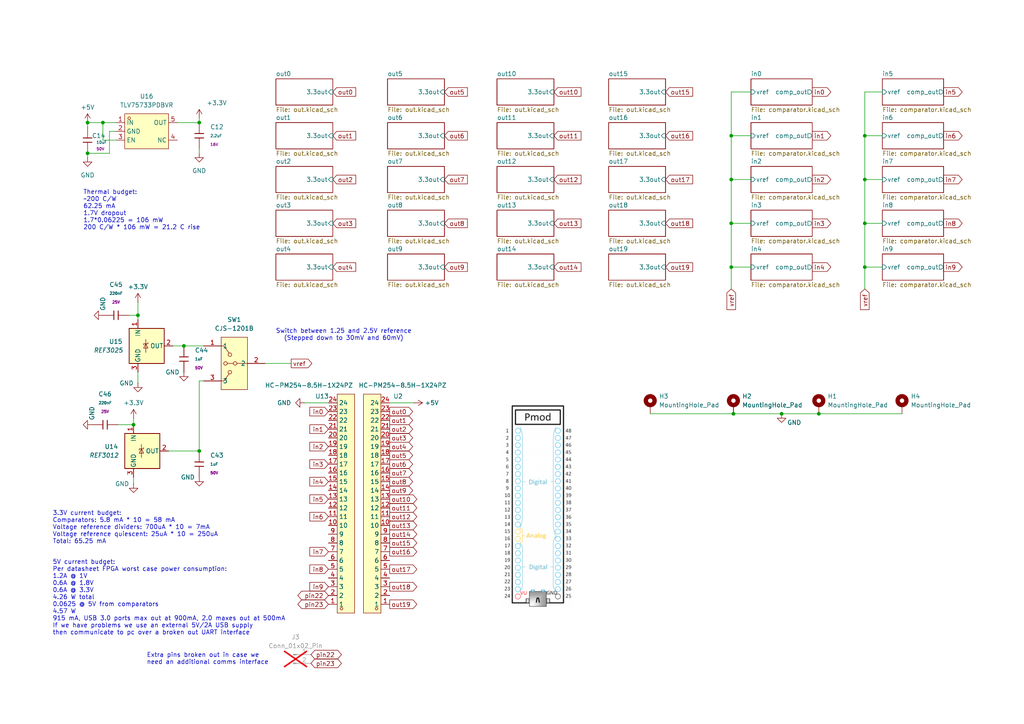
<source format=kicad_sch>
(kicad_sch (version 20250114) (generator "eeschema") (generator_version "9.0")
  (paper "A4")
  (lib_symbols
    (symbol "Connector:Conn_01x02_Pin" (pin_names (offset 1.016) (hide yes))
      (property "Reference" "J" (at 0 2.54 0))
      (property "Value" "Conn_01x02_Pin" (at 0 -5.08 0))
      (symbol "Conn_01x02_Pin_1_1"
        (rectangle (start 0.8636 0.127) (end 0 -0.127) (stroke (width 0.1524)) (fill (type outline)))
        (rectangle (start 0.8636 -2.413) (end 0 -2.667) (stroke (width 0.1524)) (fill (type outline)))
        (polyline (pts (xy 1.27 0) (xy 0.8636 0)) (stroke (width 0.1524)))
        (polyline (pts (xy 1.27 -2.54) (xy 0.8636 -2.54)) (stroke (width 0.1524)))
        (pin passive line (at 5.08 0 180) (length 3.81) (name "Pin_1") (number "1"))
        (pin passive line (at 5.08 -2.54 180) (length 3.81) (name "Pin_2") (number "2"))
      )
    )
    (symbol "Mechanical:MountingHole_Pad" (pin_numbers (hide yes)) (pin_names (offset 1.016) (hide yes)) (in_bom no)
      (property "Reference" "H" (at 0 6.35 0))
      (property "Value" "MountingHole_Pad" (at 0 4.445 0))
      (symbol "MountingHole_Pad_0_1"
        (circle (center 0 1.27) (radius 1.27) (stroke (width 1.27)))
      )
      (symbol "MountingHole_Pad_1_1"
        (pin input line (at 0 -2.54 90) (length 2.54) (name "1") (number "1"))
      )
    )
    (symbol "PCM_JLCPCB-Capacitors:0603,1uF" (pin_numbers (hide yes)) (pin_names (offset 0))
      (property "Reference" "C" (at 2.032 1.668 0))
      (property "Value" "1uF" (at 2.032 -0.3782 0))
      (property "Voltage Rated" "50V" (at 2.032 -2.0462 0))
      (symbol "0603,1uF_0_1"
        (polyline (pts (xy -1.27 0.635) (xy 1.27 0.635)) (stroke (width 0.254)))
        (polyline (pts (xy -1.27 -0.635) (xy 1.27 -0.635)) (stroke (width 0.254)))
      )
      (symbol "0603,1uF_1_1"
        (pin passive line (at 0 3.81 270) (length 3.175) (name "~") (number "1"))
        (pin passive line (at 0 -3.81 90) (length 3.175) (name "~") (number "2"))
      )
    )
    (symbol "PCM_JLCPCB-Capacitors:0603,2.2uF" (pin_numbers (hide yes)) (pin_names (offset 0))
      (property "Reference" "C" (at 2.032 1.668 0))
      (property "Value" "2.2uF" (at 2.032 -0.3782 0))
      (property "Voltage Rated" "16V" (at 2.032 -2.0462 0))
      (symbol "0603,2.2uF_0_1"
        (polyline (pts (xy -1.27 0.635) (xy 1.27 0.635)) (stroke (width 0.254)))
        (polyline (pts (xy -1.27 -0.635) (xy 1.27 -0.635)) (stroke (width 0.254)))
      )
      (symbol "0603,2.2uF_1_1"
        (pin passive line (at 0 3.81 270) (length 3.175) (name "~") (number "1"))
        (pin passive line (at 0 -3.81 90) (length 3.175) (name "~") (number "2"))
      )
    )
    (symbol "PCM_JLCPCB-Capacitors:0603,220nF" (pin_numbers (hide yes)) (pin_names (offset 0))
      (property "Reference" "C" (at 2.032 1.668 0))
      (property "Value" "220nF" (at 2.032 -0.3782 0))
      (property "Voltage Rated" "25V" (at 2.032 -2.0462 0))
      (symbol "0603,220nF_0_1"
        (polyline (pts (xy -1.27 0.635) (xy 1.27 0.635)) (stroke (width 0.254)))
        (polyline (pts (xy -1.27 -0.635) (xy 1.27 -0.635)) (stroke (width 0.254)))
      )
      (symbol "0603,220nF_1_1"
        (pin passive line (at 0 3.81 270) (length 3.175) (name "~") (number "1"))
        (pin passive line (at 0 -3.81 90) (length 3.175) (name "~") (number "2"))
      )
    )
    (symbol "PCM_JLCPCB-Capacitors:0805,10uF,(2)" (pin_numbers (hide yes)) (pin_names (offset 0))
      (property "Reference" "C" (at 2.032 1.668 0))
      (property "Value" "10uF" (at 2.032 -0.3782 0))
      (property "Voltage Rated" "50V" (at 2.032 -2.0462 0))
      (symbol "0805,10uF,(2)_0_1"
        (polyline (pts (xy -1.27 0.635) (xy 1.27 0.635)) (stroke (width 0.254)))
        (polyline (pts (xy -1.27 -0.635) (xy 1.27 -0.635)) (stroke (width 0.254)))
      )
      (symbol "0805,10uF,(2)_1_1"
        (pin passive line (at 0 3.81 270) (length 3.175) (name "~") (number "1"))
        (pin passive line (at 0 -3.81 90) (length 3.175) (name "~") (number "2"))
      )
    )
    (symbol "Reference_Voltage:REF3012" (pin_names (offset 0.254))
      (property "Reference" "U" (at 0 6.35 0))
      (property "Value" "REF3012" (at 2.54 -6.35 0))
      (symbol "REF3012_0_1"
        (rectangle (start -5.08 5.08) (end 5.08 -5.08) (stroke (width 0.254)) (fill (type background)))
        (polyline (pts (xy -0.889 -0.635) (xy 0.381 -0.635) (xy -0.254 0.635) (xy -0.889 -0.635)))
        (polyline (pts (xy -0.254 1.905) (xy -0.254 -1.905)))
        (polyline (pts (xy 0.381 1.016) (xy 0.381 0.635) (xy -0.889 0.635) (xy -0.889 0.254)))
      )
      (symbol "REF3012_1_1"
        (pin power_in line (at -2.54 7.62 270) (length 2.54) (name "IN") (number "1"))
        (pin power_in line (at -2.54 -7.62 90) (length 2.54) (name "GND") (number "3"))
        (pin power_out line (at 7.62 0 180) (length 2.54) (name "OUT") (number "2"))
      )
    )
    (symbol "Reference_Voltage:REF3025" (pin_names (offset 0.254))
      (property "Reference" "U" (at 0 6.35 0))
      (property "Value" "REF3025" (at 2.54 -6.35 0))
      (symbol "REF3025_0_1"
        (rectangle (start -5.08 5.08) (end 5.08 -5.08) (stroke (width 0.254)) (fill (type background)))
        (polyline (pts (xy -0.889 -0.635) (xy 0.381 -0.635) (xy -0.254 0.635) (xy -0.889 -0.635)))
        (polyline (pts (xy -0.254 1.905) (xy -0.254 -1.905)))
        (polyline (pts (xy 0.381 1.016) (xy 0.381 0.635) (xy -0.889 0.635) (xy -0.889 0.254)))
      )
      (symbol "REF3025_1_1"
        (pin power_in line (at -2.54 7.62 270) (length 2.54) (name "IN") (number "1"))
        (pin power_in line (at -2.54 -7.62 90) (length 2.54) (name "GND") (number "3"))
        (pin power_out line (at 7.62 0 180) (length 2.54) (name "OUT") (number "2"))
      )
    )
    (symbol "easyeda2kicad:CJS-1201B"
      (property "Reference" "SW" (at 0 13.97 0))
      (property "Value" "CJS-1201B" (at 0 -13.97 0))
      (symbol "CJS-1201B_0_1"
        (rectangle (start -7.62 3.81) (end 7.62 -3.81) (fill (type background)))
        (polyline (pts (xy -3.05 -1.52) (xy -5.08 -3.05) (xy -5.08 -3.81) (xy -5.08 -3.81)))
        (circle (center -2.54 -1.27) (radius 0.51))
        (polyline (pts (xy 0 0.76) (xy 0 3.81)))
        (circle (center 0 0.25) (radius 0.51))
        (polyline (pts (xy 0 -2.03) (xy 0 -0.25)))
        (circle (center 0 -2.54) (radius 0.51))
        (circle (center 2.54 -1.27) (radius 0.51))
        (polyline (pts (xy 3.05 -1.52) (xy 5.08 -3.05) (xy 5.08 -3.81) (xy 5.08 -3.81)))
        (pin unspecified line (at -5.08 -8.89 90) (length 5.08) (name "1") (number "1"))
        (pin unspecified line (at 0 8.89 270) (length 5.08) (name "2") (number "2"))
        (pin unspecified line (at 5.08 -8.89 90) (length 5.08) (name "3") (number "3"))
      )
    )
    (symbol "easyeda2kicad:HC-PM254-8.5H-1X24PZ"
      (property "Reference" "U" (at 0 34.29 0))
      (property "Value" "HC-PM254-8.5H-1X24PZ" (at 0 -34.29 0))
      (symbol "HC-PM254-8.5H-1X24PZ_0_1"
        (rectangle (start -2.54 31.75) (end 2.54 -31.75) (fill (type background)))
        (circle (center -1.27 30.48) (radius 0.38))
        (pin unspecified line (at -5.08 29.21 0) (length 2.54) (name "1") (number "1"))
        (pin unspecified line (at -5.08 26.67 0) (length 2.54) (name "2") (number "2"))
        (pin unspecified line (at -5.08 24.13 0) (length 2.54) (name "3") (number "3"))
        (pin unspecified line (at -5.08 21.59 0) (length 2.54) (name "4") (number "4"))
        (pin unspecified line (at -5.08 19.05 0) (length 2.54) (name "5") (number "5"))
        (pin unspecified line (at -5.08 16.51 0) (length 2.54) (name "6") (number "6"))
        (pin unspecified line (at -5.08 13.97 0) (length 2.54) (name "7") (number "7"))
        (pin unspecified line (at -5.08 11.43 0) (length 2.54) (name "8") (number "8"))
        (pin unspecified line (at -5.08 8.89 0) (length 2.54) (name "9") (number "9"))
        (pin unspecified line (at -5.08 6.35 0) (length 2.54) (name "10") (number "10"))
        (pin unspecified line (at -5.08 3.81 0) (length 2.54) (name "11") (number "11"))
        (pin unspecified line (at -5.08 1.27 0) (length 2.54) (name "12") (number "12"))
        (pin unspecified line (at -5.08 -1.27 0) (length 2.54) (name "13") (number "13"))
        (pin unspecified line (at -5.08 -3.81 0) (length 2.54) (name "14") (number "14"))
        (pin unspecified line (at -5.08 -6.35 0) (length 2.54) (name "15") (number "15"))
        (pin unspecified line (at -5.08 -8.89 0) (length 2.54) (name "16") (number "16"))
        (pin unspecified line (at -5.08 -11.43 0) (length 2.54) (name "17") (number "17"))
        (pin unspecified line (at -5.08 -13.97 0) (length 2.54) (name "18") (number "18"))
        (pin unspecified line (at -5.08 -16.51 0) (length 2.54) (name "19") (number "19"))
        (pin unspecified line (at -5.08 -19.05 0) (length 2.54) (name "20") (number "20"))
        (pin unspecified line (at -5.08 -21.59 0) (length 2.54) (name "21") (number "21"))
        (pin unspecified line (at -5.08 -24.13 0) (length 2.54) (name "22") (number "22"))
        (pin unspecified line (at -5.08 -26.67 0) (length 2.54) (name "23") (number "23"))
        (pin unspecified line (at -5.08 -29.21 0) (length 2.54) (name "24") (number "24"))
      )
    )
    (symbol "easyeda2kicad:TLV75733PDBVR"
      (property "Reference" "U" (at 0 7.62 0))
      (property "Value" "TLV75733PDBVR" (at 0 -7.62 0))
      (symbol "TLV75733PDBVR_0_1"
        (rectangle (start -6.35 5.08) (end 6.35 -5.08) (fill (type background)))
        (circle (center -5.08 3.81) (radius 0.38))
        (pin unspecified line (at -8.89 2.54 0) (length 2.54) (name "IN") (number "1"))
        (pin unspecified line (at -8.89 0 0) (length 2.54) (name "GND") (number "2"))
        (pin unspecified line (at -8.89 -2.54 0) (length 2.54) (name "EN") (number "3"))
        (pin unspecified line (at 8.89 2.54 180) (length 2.54) (name "OUT") (number "5"))
        (pin unspecified line (at 8.89 -2.54 180) (length 2.54) (name "NC") (number "4"))
      )
    )
    (symbol "power:+3.3V" (power) (pin_numbers (hide yes)) (pin_names (offset 0) (hide yes))
      (property "Value" "+3.3V" (at 0 3.556 0))
      (symbol "+3.3V_0_1"
        (polyline (pts (xy -0.762 1.27) (xy 0 2.54)))
        (polyline (pts (xy 0 2.54) (xy 0.762 1.27)))
        (polyline (pts (xy 0 0) (xy 0 2.54)))
      )
      (symbol "+3.3V_1_1"
        (pin power_in line (at 0 0 90) (length 0) (name "~") (number "1"))
      )
    )
    (symbol "power:+5V" (power) (pin_numbers (hide yes)) (pin_names (offset 0) (hide yes))
      (property "Value" "+5V" (at 0 3.556 0))
      (symbol "+5V_0_1"
        (polyline (pts (xy -0.762 1.27) (xy 0 2.54)))
        (polyline (pts (xy 0 2.54) (xy 0.762 1.27)))
        (polyline (pts (xy 0 0) (xy 0 2.54)))
      )
      (symbol "+5V_1_1"
        (pin power_in line (at 0 0 90) (length 0) (name "~") (number "1"))
      )
    )
    (symbol "power:GND" (power) (pin_numbers (hide yes)) (pin_names (offset 0) (hide yes))
      (property "Value" "GND" (at 0 -3.81 0))
      (symbol "GND_0_1"
        (polyline (pts (xy 0 0) (xy 0 -1.27) (xy 1.27 -1.27) (xy 0 -2.54) (xy -1.27 -1.27) (xy 0 -1.27)))
      )
      (symbol "GND_1_1"
        (pin power_in line (at 0 0 270) (length 0) (name "~") (number "1"))
      )
    )
  )
  (text "Switch between 1.25 and 2.5V reference\n(Stepped down to 30mV and 60mV)" (at 99.695 97.155 0) (effects (font (size 1.27 1.27))))
  (text "Thermal budget:\n~200 C/W\n62.25 mA\n1.7V dropout\n1.7*0.06225 = 106 mW\n200 C/W * 106 mW = 21.2 C rise" (at 24.13 60.96 0) (effects (font (size 1.27 1.27)) (justify left)))
  (text "5V current budget:\nPer datasheet FPGA worst case power consumption:\n1.2A @ 1V \n0.6A @ 1.8V\n0.6A @ 3.3V\n4.26 W total\n0.0625 @ 5V from comparators\n4.57 W\n915 mA, USB 3.0 ports max out at 900mA, 2.0 maxes out at 500mA\nIf we have problems we use an external 5V/2A USB supply\nthen communicate to pc over a broken out UART interface" (at 15.24 173.355 0) (effects (font (size 1.27 1.27)) (justify left)))
  (text "3.3V current budget:\nComparators: 5.8 mA * 10 = 58 mA\nVoltage reference dividers: 700uA * 10 = 7mA\nVoltage reference quiescent: 25uA * 10 = 250uA\nTotal: 65.25 mA" (at 15.24 153.035 0) (effects (font (size 1.27 1.27)) (justify left)))
  (text "Extra pins broken out in case we\nneed an additional comms interface" (at 42.545 191.135 0) (effects (font (size 1.27 1.27)) (justify left)))
  (junction (at 57.785 35.56))
  (junction (at 212.09 52.07))
  (junction (at 25.4 44.45))
  (junction (at 212.09 39.37))
  (junction (at 212.725 120.015))
  (junction (at 250.825 52.07))
  (junction (at 53.34 100.33))
  (junction (at 29.845 35.56))
  (junction (at 212.09 77.47))
  (junction (at 212.09 64.77))
  (junction (at 237.49 120.015))
  (junction (at 57.785 130.81))
  (junction (at 250.825 39.37))
  (junction (at 226.695 120.015))
  (junction (at 40.005 91.44))
  (junction (at 250.825 64.77))
  (junction (at 38.735 123.19))
  (junction (at 25.4 35.56))
  (junction (at 250.825 77.47))
  (wire (pts (xy 212.09 52.07) (xy 217.805 52.07)))
  (wire (pts (xy 50.165 100.33) (xy 53.34 100.33)))
  (wire (pts (xy 57.785 130.81) (xy 57.785 110.49)))
  (wire (pts (xy 250.825 83.82) (xy 250.825 77.47)))
  (wire (pts (xy 250.825 26.67) (xy 255.905 26.67)))
  (wire (pts (xy 212.09 77.47) (xy 212.09 64.77)))
  (wire (pts (xy 212.09 64.77) (xy 217.805 64.77)))
  (wire (pts (xy 76.835 105.41) (xy 84.455 105.41)))
  (wire (pts (xy 212.09 64.77) (xy 212.09 52.07)))
  (wire (pts (xy 212.725 120.015) (xy 226.695 120.015)))
  (wire (pts (xy 40.005 111.125) (xy 40.005 107.95)))
  (wire (pts (xy 212.09 77.47) (xy 217.805 77.47)))
  (wire (pts (xy 250.825 77.47) (xy 250.825 64.77)))
  (wire (pts (xy 57.785 110.49) (xy 59.055 110.49)))
  (wire (pts (xy 88.265 116.84) (xy 95.25 116.84)))
  (wire (pts (xy 188.595 120.015) (xy 212.725 120.015)))
  (wire (pts (xy 25.4 35.56) (xy 25.4 36.83)))
  (wire (pts (xy 25.4 35.56) (xy 29.845 35.56)))
  (wire (pts (xy 34.29 123.19) (xy 38.735 123.19)))
  (wire (pts (xy 25.4 44.45) (xy 31.75 44.45)))
  (wire (pts (xy 250.825 39.37) (xy 250.825 26.67)))
  (wire (pts (xy 38.735 121.285) (xy 38.735 123.19)))
  (wire (pts (xy 37.465 91.44) (xy 40.005 91.44)))
  (wire (pts (xy 250.825 39.37) (xy 255.905 39.37)))
  (wire (pts (xy 250.825 77.47) (xy 255.905 77.47)))
  (wire (pts (xy 33.655 40.64) (xy 29.845 40.64)))
  (wire (pts (xy 25.4 45.72) (xy 25.4 44.45)))
  (wire (pts (xy 237.49 120.015) (xy 261.62 120.015)))
  (wire (pts (xy 250.825 52.07) (xy 255.905 52.07)))
  (wire (pts (xy 212.09 52.07) (xy 212.09 39.37)))
  (wire (pts (xy 226.695 120.015) (xy 237.49 120.015)))
  (wire (pts (xy 29.845 40.64) (xy 29.845 35.56)))
  (wire (pts (xy 53.34 100.33) (xy 59.055 100.33)))
  (wire (pts (xy 29.845 35.56) (xy 33.655 35.56)))
  (wire (pts (xy 57.785 43.18) (xy 57.785 44.45)))
  (wire (pts (xy 250.825 64.77) (xy 250.825 52.07)))
  (wire (pts (xy 48.895 130.81) (xy 57.785 130.81)))
  (wire (pts (xy 120.015 116.84) (xy 113.03 116.84)))
  (wire (pts (xy 51.435 35.56) (xy 57.785 35.56)))
  (wire (pts (xy 31.75 44.45) (xy 31.75 38.1)))
  (wire (pts (xy 212.09 83.82) (xy 212.09 77.47)))
  (wire (pts (xy 57.785 34.29) (xy 57.785 35.56)))
  (wire (pts (xy 250.825 52.07) (xy 250.825 39.37)))
  (wire (pts (xy 212.09 26.67) (xy 217.805 26.67)))
  (wire (pts (xy 38.735 138.43) (xy 38.735 140.335)))
  (wire (pts (xy 40.005 91.44) (xy 40.005 92.71)))
  (wire (pts (xy 40.005 87.63) (xy 40.005 91.44)))
  (wire (pts (xy 31.75 38.1) (xy 33.655 38.1)))
  (wire (pts (xy 212.09 39.37) (xy 217.805 39.37)))
  (wire (pts (xy 212.09 39.37) (xy 212.09 26.67)))
  (wire (pts (xy 250.825 64.77) (xy 255.905 64.77)))
  (image (at 156.21 146.685))
  (global_label "out2" (shape output) (at 113.03 124.46 0) (property "Intersheetrefs" "${INTERSHEET_REFS}" (effects (hide yes))))
  (global_label "out8" (shape output) (at 113.03 139.7 0) (property "Intersheetrefs" "${INTERSHEET_REFS}" (effects (hide yes))))
  (global_label "in7" (shape input) (at 95.25 160.02 180) (property "Intersheetrefs" "${INTERSHEET_REFS}" (effects (hide yes))))
  (global_label "out16" (shape output) (at 113.03 160.02 0) (property "Intersheetrefs" "${INTERSHEET_REFS}" (effects (hide yes))))
  (global_label "pin23" (shape bidirectional) (at 90.17 192.405 0) (property "Intersheetrefs" "${INTERSHEET_REFS}" (effects (hide yes))))
  (global_label "out2" (shape input) (at 96.52 52.07 0) (property "Intersheetrefs" "${INTERSHEET_REFS}" (effects (hide yes))))
  (global_label "out1" (shape input) (at 96.52 39.37 0) (property "Intersheetrefs" "${INTERSHEET_REFS}" (effects (hide yes))))
  (global_label "in0" (shape output) (at 235.585 26.67 0) (property "Intersheetrefs" "${INTERSHEET_REFS}" (effects (hide yes))))
  (global_label "in1" (shape output) (at 235.585 39.37 0) (property "Intersheetrefs" "${INTERSHEET_REFS}" (effects (hide yes))))
  (global_label "in2" (shape output) (at 235.585 52.07 0) (property "Intersheetrefs" "${INTERSHEET_REFS}" (effects (hide yes))))
  (global_label "in4" (shape output) (at 235.585 77.47 0) (property "Intersheetrefs" "${INTERSHEET_REFS}" (effects (hide yes))))
  (global_label "in3" (shape output) (at 235.585 64.77 0) (property "Intersheetrefs" "${INTERSHEET_REFS}" (effects (hide yes))))
  (global_label "in7" (shape output) (at 273.685 52.07 0) (property "Intersheetrefs" "${INTERSHEET_REFS}" (effects (hide yes))))
  (global_label "in5" (shape output) (at 273.685 26.67 0) (property "Intersheetrefs" "${INTERSHEET_REFS}" (effects (hide yes))))
  (global_label "in6" (shape output) (at 273.685 39.37 0) (property "Intersheetrefs" "${INTERSHEET_REFS}" (effects (hide yes))))
  (global_label "in8" (shape output) (at 273.685 64.77 0) (property "Intersheetrefs" "${INTERSHEET_REFS}" (effects (hide yes))))
  (global_label "in9" (shape output) (at 273.685 77.47 0) (property "Intersheetrefs" "${INTERSHEET_REFS}" (effects (hide yes))))
  (global_label "in6" (shape input) (at 95.25 149.86 180) (property "Intersheetrefs" "${INTERSHEET_REFS}" (effects (hide yes))))
  (global_label "out4" (shape output) (at 113.03 129.54 0) (property "Intersheetrefs" "${INTERSHEET_REFS}" (effects (hide yes))))
  (global_label "out3" (shape output) (at 113.03 127 0) (property "Intersheetrefs" "${INTERSHEET_REFS}" (effects (hide yes))))
  (global_label "pin22" (shape bidirectional) (at 95.25 172.72 180) (property "Intersheetrefs" "${INTERSHEET_REFS}" (effects (hide yes))))
  (global_label "out13" (shape output) (at 113.03 152.4 0) (property "Intersheetrefs" "${INTERSHEET_REFS}" (effects (hide yes))))
  (global_label "out10" (shape output) (at 113.03 144.78 0) (property "Intersheetrefs" "${INTERSHEET_REFS}" (effects (hide yes))))
  (global_label "in9" (shape input) (at 95.25 170.18 180) (property "Intersheetrefs" "${INTERSHEET_REFS}" (effects (hide yes))))
  (global_label "out17" (shape output) (at 113.03 165.1 0) (property "Intersheetrefs" "${INTERSHEET_REFS}" (effects (hide yes))))
  (global_label "out5" (shape output) (at 113.03 132.08 0) (property "Intersheetrefs" "${INTERSHEET_REFS}" (effects (hide yes))))
  (global_label "out19" (shape output) (at 113.03 175.26 0) (property "Intersheetrefs" "${INTERSHEET_REFS}" (effects (hide yes))))
  (global_label "in8" (shape input) (at 95.25 165.1 180) (property "Intersheetrefs" "${INTERSHEET_REFS}" (effects (hide yes))))
  (global_label "out15" (shape output) (at 113.03 157.48 0) (property "Intersheetrefs" "${INTERSHEET_REFS}" (effects (hide yes))))
  (global_label "vref" (shape output) (at 84.455 105.41 0) (property "Intersheetrefs" "${INTERSHEET_REFS}" (effects (hide yes))))
  (global_label "out0" (shape input) (at 96.52 26.67 0) (property "Intersheetrefs" "${INTERSHEET_REFS}" (effects (hide yes))))
  (global_label "out12" (shape output) (at 113.03 149.86 0) (property "Intersheetrefs" "${INTERSHEET_REFS}" (effects (hide yes))))
  (global_label "out6" (shape output) (at 113.03 134.62 0) (property "Intersheetrefs" "${INTERSHEET_REFS}" (effects (hide yes))))
  (global_label "out9" (shape output) (at 113.03 142.24 0) (property "Intersheetrefs" "${INTERSHEET_REFS}" (effects (hide yes))))
  (global_label "out14" (shape output) (at 113.03 154.94 0) (property "Intersheetrefs" "${INTERSHEET_REFS}" (effects (hide yes))))
  (global_label "out11" (shape output) (at 113.03 147.32 0) (property "Intersheetrefs" "${INTERSHEET_REFS}" (effects (hide yes))))
  (global_label "out10" (shape input) (at 160.655 26.67 0) (property "Intersheetrefs" "${INTERSHEET_REFS}" (effects (hide yes))))
  (global_label "out11" (shape input) (at 160.655 39.37 0) (property "Intersheetrefs" "${INTERSHEET_REFS}" (effects (hide yes))))
  (global_label "out12" (shape input) (at 160.655 52.07 0) (property "Intersheetrefs" "${INTERSHEET_REFS}" (effects (hide yes))))
  (global_label "out18" (shape input) (at 193.04 64.77 0) (property "Intersheetrefs" "${INTERSHEET_REFS}" (effects (hide yes))))
  (global_label "out13" (shape input) (at 160.655 64.77 0) (property "Intersheetrefs" "${INTERSHEET_REFS}" (effects (hide yes))))
  (global_label "out14" (shape input) (at 160.655 77.47 0) (property "Intersheetrefs" "${INTERSHEET_REFS}" (effects (hide yes))))
  (global_label "out19" (shape input) (at 193.04 77.47 0) (property "Intersheetrefs" "${INTERSHEET_REFS}" (effects (hide yes))))
  (global_label "out15" (shape input) (at 193.04 26.67 0) (property "Intersheetrefs" "${INTERSHEET_REFS}" (effects (hide yes))))
  (global_label "out16" (shape input) (at 193.04 39.37 0) (property "Intersheetrefs" "${INTERSHEET_REFS}" (effects (hide yes))))
  (global_label "out17" (shape input) (at 193.04 52.07 0) (property "Intersheetrefs" "${INTERSHEET_REFS}" (effects (hide yes))))
  (global_label "out3" (shape input) (at 96.52 64.77 0) (property "Intersheetrefs" "${INTERSHEET_REFS}" (effects (hide yes))))
  (global_label "out4" (shape input) (at 96.52 77.47 0) (property "Intersheetrefs" "${INTERSHEET_REFS}" (effects (hide yes))))
  (global_label "out5" (shape input) (at 128.905 26.67 0) (property "Intersheetrefs" "${INTERSHEET_REFS}" (effects (hide yes))))
  (global_label "out6" (shape input) (at 128.905 39.37 0) (property "Intersheetrefs" "${INTERSHEET_REFS}" (effects (hide yes))))
  (global_label "out7" (shape input) (at 128.905 52.07 0) (property "Intersheetrefs" "${INTERSHEET_REFS}" (effects (hide yes))))
  (global_label "out8" (shape input) (at 128.905 64.77 0) (property "Intersheetrefs" "${INTERSHEET_REFS}" (effects (hide yes))))
  (global_label "out9" (shape input) (at 128.905 77.47 0) (property "Intersheetrefs" "${INTERSHEET_REFS}" (effects (hide yes))))
  (global_label "in5" (shape input) (at 95.25 144.78 180) (property "Intersheetrefs" "${INTERSHEET_REFS}" (effects (hide yes))))
  (global_label "in3" (shape input) (at 95.25 134.62 180) (property "Intersheetrefs" "${INTERSHEET_REFS}" (effects (hide yes))))
  (global_label "out1" (shape output) (at 113.03 121.92 0) (property "Intersheetrefs" "${INTERSHEET_REFS}" (effects (hide yes))))
  (global_label "out7" (shape output) (at 113.03 137.16 0) (property "Intersheetrefs" "${INTERSHEET_REFS}" (effects (hide yes))))
  (global_label "in4" (shape input) (at 95.25 139.7 180) (property "Intersheetrefs" "${INTERSHEET_REFS}" (effects (hide yes))))
  (global_label "in0" (shape input) (at 95.25 119.38 180) (property "Intersheetrefs" "${INTERSHEET_REFS}" (effects (hide yes))))
  (global_label "pin22" (shape bidirectional) (at 90.17 189.865 0) (property "Intersheetrefs" "${INTERSHEET_REFS}" (effects (hide yes))))
  (global_label "vref" (shape input) (at 250.825 83.82 270) (property "Intersheetrefs" "${INTERSHEET_REFS}" (effects (hide yes))))
  (global_label "vref" (shape input) (at 212.09 83.82 270) (property "Intersheetrefs" "${INTERSHEET_REFS}" (effects (hide yes))))
  (global_label "pin23" (shape bidirectional) (at 95.25 175.26 180) (property "Intersheetrefs" "${INTERSHEET_REFS}" (effects (hide yes))))
  (global_label "out18" (shape output) (at 113.03 170.18 0) (property "Intersheetrefs" "${INTERSHEET_REFS}" (effects (hide yes))))
  (global_label "out0" (shape output) (at 113.03 119.38 0) (property "Intersheetrefs" "${INTERSHEET_REFS}" (effects (hide yes))))
  (global_label "in2" (shape input) (at 95.25 129.54 180) (property "Intersheetrefs" "${INTERSHEET_REFS}" (effects (hide yes))))
  (global_label "in1" (shape input) (at 95.25 124.46 180) (property "Intersheetrefs" "${INTERSHEET_REFS}" (effects (hide yes))))
  (symbol (lib_id "power:GND") (at 26.67 123.19 270) (unit 1)
    (property "Reference" "#PWR04" (effects (hide yes)))
    (property "Value" "GND" (at 26.67 121.92 0) (effects (justify right)))
    (property "Description" "Power symbol creates a global label with name \"GND\" , ground" (effects (hide yes)))
  )
  (symbol (lib_id "power:GND") (at 57.785 138.43 0) (unit 1)
    (property "Reference" "#PWR0162" (effects (hide yes)))
    (property "Value" "GND" (at 56.515 138.43 0) (effects (justify right)))
    (property "Description" "Power symbol creates a global label with name \"GND\" , ground" (effects (hide yes)))
  )
  (symbol (lib_id "power:+5V") (at 120.015 116.84 270) (unit 1)
    (property "Reference" "#PWR0135" (effects (hide yes)))
    (property "Value" "+5V" (at 123.19 116.8401 90) (effects (justify left)))
    (property "Description" "Power symbol creates a global label with name \"+5V\"" (effects (hide yes)))
  )
  (symbol (lib_id "Reference_Voltage:REF3012") (at 41.275 130.81 0) (unit 1)
    (property "Reference" "U14" (at 34.29 129.5399 0) (effects (justify right)))
    (property "Value" "REF3012" (at 34.29 132.0799 0) (effects (font (italic yes)) (justify right)))
    (property "Footprint" "Package_TO_SOT_SMD:SOT-23" (effects (hide yes)))
    (property "Datasheet" "http://www.ti.com/lit/ds/symlink/ref3033.pdf" (effects (hide yes)))
    (property "Description" "1.25V 50-ppm/°C Max, 50-μA, CMOS Voltage Reference, SOT-23-3" (effects (hide yes)))
  )
  (symbol (lib_id "power:+5V") (at 25.4 35.56 0) (unit 1)
    (property "Reference" "#PWR0166" (effects (hide yes)))
    (property "Value" "+5V" (at 25.4 31.115 0))
    (property "Description" "Power symbol creates a global label with name \"+5V\"" (effects (hide yes)))
  )
  (symbol (lib_id "power:+3.3V") (at 38.735 121.285 0) (unit 1)
    (property "Reference" "#PWR0138" (effects (hide yes)))
    (property "Value" "+3.3V" (at 38.735 116.84 0))
    (property "Description" "Power symbol creates a global label with name \"+3.3V\"" (effects (hide yes)))
  )
  (symbol (lib_id "PCM_JLCPCB-Capacitors:0603,220nF") (at 33.655 91.44 90) (unit 1)
    (property "Reference" "C45" (at 33.655 82.55 90))
    (property "Value" "220nF" (at 33.655 85.09 90) (effects (font (size 0.8 0.8))))
    (property "Footprint" "PCM_JLCPCB:C_0603" (effects (hide yes)))
    (property "Datasheet" "https://www.lcsc.com/datasheet/lcsc_datasheet_2304140030_Samsung-Electro-Mechanics-CL10B224KA8NNNC_C21120.pdf" (effects (hide yes)))
    (property "Description" "25V 220nF X7R ±10% 0603 Multilayer Ceramic Capacitors MLCC - SMD/SMT ROHS" (effects (hide yes)))
    (property "LCSC" "C21120" (effects (hide yes)))
    (property "Stock" "568066" (effects (hide yes)))
    (property "Price" "0.009USD" (effects (hide yes)))
    (property "Process" "SMT" (effects (hide yes)))
    (property "Minimum Qty" "20" (effects (hide yes)))
    (property "Attrition Qty" "10" (effects (hide yes)))
    (property "Class" "Basic Component" (effects (hide yes)))
    (property "Category" "Capacitors,Multilayer Ceramic Capacitors MLCC - SMD/SMT" (effects (hide yes)))
    (property "Manufacturer" "Samsung Electro-Mechanics" (effects (hide yes)))
    (property "Part" "CL10B224KA8NNNC" (effects (hide yes)))
    (property "Voltage Rated" "25V" (at 33.655 87.63 90) (effects (font (size 0.8 0.8))))
    (property "Tolerance" "±10%" (effects (hide yes)))
    (property "Capacitance" "220nF" (effects (hide yes)))
    (property "Temperature Coefficient" "X7R" (effects (hide yes)))
  )
  (symbol (lib_id "power:GND") (at 29.845 91.44 270) (unit 1)
    (property "Reference" "#PWR03" (effects (hide yes)))
    (property "Value" "GND" (at 29.845 90.17 0) (effects (justify right)))
    (property "Description" "Power symbol creates a global label with name \"GND\" , ground" (effects (hide yes)))
  )
  (symbol (lib_id "power:GND") (at 38.735 140.335 0) (unit 1)
    (property "Reference" "#PWR0139" (effects (hide yes)))
    (property "Value" "GND" (at 37.465 140.335 0) (effects (justify right)))
    (property "Description" "Power symbol creates a global label with name \"GND\" , ground" (effects (hide yes)))
  )
  (symbol (lib_id "PCM_JLCPCB-Capacitors:0603,2.2uF") (at 57.785 39.37 0) (unit 1)
    (property "Reference" "C12" (at 60.96 36.8299 0) (effects (justify left)))
    (property "Value" "2.2uF" (at 60.96 39.37 0) (effects (font (size 0.8 0.8)) (justify left)))
    (property "Footprint" "PCM_JLCPCB:C_0603" (effects (hide yes)))
    (property "Datasheet" "https://www.lcsc.com/datasheet/lcsc_datasheet_2304140030_Samsung-Electro-Mechanics-CL10A225KO8NNNC_C23630.pdf" (effects (hide yes)))
    (property "Description" "16V 2.2uF X5R ±10% 0603 Multilayer Ceramic Capacitors MLCC - SMD/SMT ROHS" (effects (hide yes)))
    (property "LCSC" "C23630" (effects (hide yes)))
    (property "Stock" "4325868" (effects (hide yes)))
    (property "Price" "0.009USD" (effects (hide yes)))
    (property "Process" "SMT" (effects (hide yes)))
    (property "Minimum Qty" "20" (effects (hide yes)))
    (property "Attrition Qty" "10" (effects (hide yes)))
    (property "Class" "Basic Component" (effects (hide yes)))
    (property "Category" "Capacitors,Multilayer Ceramic Capacitors MLCC - SMD/SMT" (effects (hide yes)))
    (property "Manufacturer" "Samsung Electro-Mechanics" (effects (hide yes)))
    (property "Part" "CL10A225KO8NNNC" (effects (hide yes)))
    (property "Voltage Rated" "16V" (at 60.96 41.91 0) (effects (font (size 0.8 0.8)) (justify left)))
    (property "Tolerance" "±10%" (effects (hide yes)))
    (property "Capacitance" "2.2uF" (effects (hide yes)))
    (property "Temperature Coefficient" "X5R" (effects (hide yes)))
  )
  (symbol (lib_id "power:+3.3V") (at 40.005 87.63 0) (unit 1)
    (property "Reference" "#PWR0136" (effects (hide yes)))
    (property "Value" "+3.3V" (at 40.005 83.185 0))
    (property "Description" "Power symbol creates a global label with name \"+3.3V\"" (effects (hide yes)))
  )
  (symbol (lib_id "power:+3.3V") (at 57.785 34.29 0) (unit 1)
    (property "Reference" "#PWR0164" (effects (hide yes)))
    (property "Value" "+3.3V" (at 62.865 29.845 0))
    (property "Description" "Power symbol creates a global label with name \"+3.3V\"" (effects (hide yes)))
  )
  (symbol (lib_id "easyeda2kicad:TLV75733PDBVR") (at 42.545 38.1 0) (unit 1)
    (property "Reference" "U16" (at 42.545 27.94 0))
    (property "Value" "TLV75733PDBVR" (at 42.545 30.48 0))
    (property "Footprint" "easyeda2kicad:SOT-23-5_L2.9-W1.6-P0.95-LS2.8-BL" (effects (hide yes)))
    (property "Datasheet" "https://lcsc.com/product-detail/New-Arrivals_Texas-Instruments-Texas-Instruments-TLV75733PDBVR_C485517.html" (effects (hide yes)))
    (property "LCSC Part" "C485517" (effects (hide yes)))
  )
  (symbol (lib_id "PCM_JLCPCB-Capacitors:0805,10uF,(2)") (at 25.4 40.64 0) (unit 1)
    (property "Reference" "C14" (at 26.67 39.37 0) (effects (justify left)))
    (property "Value" "10uF" (at 27.94 41.275 0) (effects (font (size 0.8 0.8)) (justify left)))
    (property "Footprint" "PCM_JLCPCB:C_0805" (effects (hide yes)))
    (property "Datasheet" "https://www.lcsc.com/datasheet/lcsc_datasheet_2411041759_Murata-Electronics-GRM21BR61H106KE43L_C440198.pdf" (effects (hide yes)))
    (property "Description" "50V 10uF X5R ±10% 0805 Multilayer Ceramic Capacitors MLCC - SMD/SMT ROHS" (effects (hide yes)))
    (property "LCSC" "C440198" (effects (hide yes)))
    (property "Stock" "2240005" (effects (hide yes)))
    (property "Price" "0.069USD" (effects (hide yes)))
    (property "Process" "SMT" (effects (hide yes)))
    (property "Minimum Qty" "5" (effects (hide yes)))
    (property "Attrition Qty" "4" (effects (hide yes)))
    (property "Class" "Basic Component" (effects (hide yes)))
    (property "Category" "Capacitors,Multilayer Ceramic Capacitors MLCC - SMD/SMT" (effects (hide yes)))
    (property "Manufacturer" "Murata Electronics" (effects (hide yes)))
    (property "Part" "GRM21BR61H106KE43L" (effects (hide yes)))
    (property "Voltage Rated" "50V" (at 27.94 43.18 0) (effects (font (size 0.8 0.8)) (justify left)))
    (property "Tolerance" "±10%" (effects (hide yes)))
    (property "Capacitance" "10uF" (effects (hide yes)))
    (property "Temperature Coefficient" "X5R" (effects (hide yes)))
  )
  (symbol (lib_id "easyeda2kicad:HC-PM254-8.5H-1X24PZ") (at 107.95 146.05 180) (unit 1)
    (property "Reference" "U2" (at 116.84 114.935 0) (effects (justify left)))
    (property "Value" "HC-PM254-8.5H-1X24PZ" (at 129.54 111.76 0) (effects (justify left)))
    (property "Footprint" "easyeda2kicad:HDR-TH_24P-P2.54-V-F" (effects (hide yes)))
    (property "LCSC Part" "C41376163" (effects (hide yes)))
  )
  (symbol (lib_id "Mechanical:MountingHole_Pad") (at 237.49 117.475 0) (unit 1) (in_bom no)
    (property "Reference" "H1" (at 240.03 114.9349 0) (effects (justify left)))
    (property "Value" "MountingHole_Pad" (at 240.03 117.4749 0) (effects (justify left)))
    (property "Footprint" "MountingHole:MountingHole_4.5mm_Pad" (effects (hide yes)))
    (property "Description" "Mounting Hole with connection" (effects (hide yes)))
  )
  (symbol (lib_id "Mechanical:MountingHole_Pad") (at 212.725 117.475 0) (unit 1) (in_bom no)
    (property "Reference" "H2" (at 215.265 114.9349 0) (effects (justify left)))
    (property "Value" "MountingHole_Pad" (at 215.265 117.4749 0) (effects (justify left)))
    (property "Footprint" "MountingHole:MountingHole_4.5mm_Pad" (effects (hide yes)))
    (property "Description" "Mounting Hole with connection" (effects (hide yes)))
  )
  (symbol (lib_id "Mechanical:MountingHole_Pad") (at 261.62 117.475 0) (unit 1) (in_bom no)
    (property "Reference" "H4" (at 264.16 114.9349 0) (effects (justify left)))
    (property "Value" "MountingHole_Pad" (at 264.16 117.4749 0) (effects (justify left)))
    (property "Footprint" "MountingHole:MountingHole_4.5mm_Pad" (effects (hide yes)))
    (property "Description" "Mounting Hole with connection" (effects (hide yes)))
  )
  (symbol (lib_id "power:GND") (at 88.265 116.84 270) (unit 1)
    (property "Reference" "#PWR0134" (effects (hide yes)))
    (property "Value" "GND" (at 84.455 116.8401 90) (effects (justify right)))
    (property "Description" "Power symbol creates a global label with name \"GND\" , ground" (effects (hide yes)))
  )
  (symbol (lib_id "power:GND") (at 25.4 45.72 0) (unit 1)
    (property "Reference" "#PWR0165" (effects (hide yes)))
    (property "Value" "GND" (at 25.4 50.8 0))
    (property "Description" "Power symbol creates a global label with name \"GND\" , ground" (effects (hide yes)))
  )
  (symbol (lib_id "PCM_JLCPCB-Capacitors:0603,1uF") (at 53.34 104.14 0) (unit 1)
    (property "Reference" "C44" (at 56.515 101.5999 0) (effects (justify left)))
    (property "Value" "1uF" (at 56.515 104.14 0) (effects (font (size 0.8 0.8)) (justify left)))
    (property "Footprint" "PCM_JLCPCB:C_0603" (effects (hide yes)))
    (property "Datasheet" "https://www.lcsc.com/datasheet/lcsc_datasheet_2304140030_Samsung-Electro-Mechanics-CL10A105KB8NNNC_C15849.pdf" (effects (hide yes)))
    (property "Description" "50V 1uF X5R ±10% 0603 Multilayer Ceramic Capacitors MLCC - SMD/SMT ROHS" (effects (hide yes)))
    (property "LCSC" "C15849" (effects (hide yes)))
    (property "Stock" "13633573" (effects (hide yes)))
    (property "Price" "0.008USD" (effects (hide yes)))
    (property "Process" "SMT" (effects (hide yes)))
    (property "Minimum Qty" "20" (effects (hide yes)))
    (property "Attrition Qty" "10" (effects (hide yes)))
    (property "Class" "Basic Component" (effects (hide yes)))
    (property "Category" "Capacitors,Multilayer Ceramic Capacitors MLCC - SMD/SMT" (effects (hide yes)))
    (property "Manufacturer" "Samsung Electro-Mechanics" (effects (hide yes)))
    (property "Part" "CL10A105KB8NNNC" (effects (hide yes)))
    (property "Voltage Rated" "50V" (at 56.515 106.68 0) (effects (font (size 0.8 0.8)) (justify left)))
    (property "Tolerance" "±10%" (effects (hide yes)))
    (property "Capacitance" "1uF" (effects (hide yes)))
    (property "Temperature Coefficient" "X5R" (effects (hide yes)))
  )
  (symbol (lib_id "PCM_JLCPCB-Capacitors:0603,1uF") (at 57.785 134.62 0) (unit 1)
    (property "Reference" "C43" (at 60.96 132.0799 0) (effects (justify left)))
    (property "Value" "1uF" (at 60.96 134.62 0) (effects (font (size 0.8 0.8)) (justify left)))
    (property "Footprint" "PCM_JLCPCB:C_0603" (effects (hide yes)))
    (property "Datasheet" "https://www.lcsc.com/datasheet/lcsc_datasheet_2304140030_Samsung-Electro-Mechanics-CL10A105KB8NNNC_C15849.pdf" (effects (hide yes)))
    (property "Description" "50V 1uF X5R ±10% 0603 Multilayer Ceramic Capacitors MLCC - SMD/SMT ROHS" (effects (hide yes)))
    (property "LCSC" "C15849" (effects (hide yes)))
    (property "Stock" "13633573" (effects (hide yes)))
    (property "Price" "0.008USD" (effects (hide yes)))
    (property "Process" "SMT" (effects (hide yes)))
    (property "Minimum Qty" "20" (effects (hide yes)))
    (property "Attrition Qty" "10" (effects (hide yes)))
    (property "Class" "Basic Component" (effects (hide yes)))
    (property "Category" "Capacitors,Multilayer Ceramic Capacitors MLCC - SMD/SMT" (effects (hide yes)))
    (property "Manufacturer" "Samsung Electro-Mechanics" (effects (hide yes)))
    (property "Part" "CL10A105KB8NNNC" (effects (hide yes)))
    (property "Voltage Rated" "50V" (at 60.96 137.16 0) (effects (font (size 0.8 0.8)) (justify left)))
    (property "Tolerance" "±10%" (effects (hide yes)))
    (property "Capacitance" "1uF" (effects (hide yes)))
    (property "Temperature Coefficient" "X5R" (effects (hide yes)))
  )
  (symbol (lib_id "Mechanical:MountingHole_Pad") (at 188.595 117.475 0) (unit 1) (in_bom no)
    (property "Reference" "H3" (at 191.135 114.9349 0) (effects (justify left)))
    (property "Value" "MountingHole_Pad" (at 191.135 117.4749 0) (effects (justify left)))
    (property "Footprint" "MountingHole:MountingHole_4.5mm_Pad" (effects (hide yes)))
    (property "Description" "Mounting Hole with connection" (effects (hide yes)))
  )
  (symbol (lib_id "easyeda2kicad:HC-PM254-8.5H-1X24PZ") (at 100.33 146.05 0) (mirror x) (unit 1)
    (property "Reference" "U13" (at 91.44 114.935 0) (effects (justify left)))
    (property "Value" "HC-PM254-8.5H-1X24PZ" (at 76.835 111.76 0) (effects (justify left)))
    (property "Footprint" "easyeda2kicad:HDR-TH_24P-P2.54-V-F" (effects (hide yes)))
    (property "LCSC Part" "C41376163" (effects (hide yes)))
  )
  (symbol (lib_id "power:GND") (at 57.785 44.45 0) (unit 1)
    (property "Reference" "#PWR0163" (effects (hide yes)))
    (property "Value" "GND" (at 57.785 49.53 0))
    (property "Description" "Power symbol creates a global label with name \"GND\" , ground" (effects (hide yes)))
  )
  (symbol (lib_id "Reference_Voltage:REF3025") (at 42.545 100.33 0) (unit 1)
    (property "Reference" "U15" (at 35.56 99.0599 0) (effects (justify right)))
    (property "Value" "REF3025" (at 35.56 101.5999 0) (effects (font (italic yes)) (justify right)))
    (property "Footprint" "Package_TO_SOT_SMD:SOT-23" (effects (hide yes)))
    (property "Datasheet" "http://www.ti.com/lit/ds/symlink/ref3033.pdf" (effects (hide yes)))
    (property "Description" "2.500V 50-ppm/°C Max, 50-μA, CMOS Voltage Reference, SOT-23-3" (effects (hide yes)))
  )
  (symbol (lib_id "easyeda2kicad:CJS-1201B") (at 67.945 105.41 270) (unit 1)
    (property "Reference" "SW1" (at 67.945 92.71 90))
    (property "Value" "CJS-1201B" (at 67.945 95.25 90))
    (property "Footprint" "easyeda2kicad:SW-SMD_CJS-1201B" (effects (hide yes)))
    (property "Datasheet" "https://lcsc.com/product-detail/DIP-Switches_5-4-2-5-2-5-600gf_C132858.html" (effects (hide yes)))
    (property "LCSC Part" "C132858" (effects (hide yes)))
  )
  (symbol (lib_id "Connector:Conn_01x02_Pin") (at 85.09 189.865 0) (unit 1) (dnp yes)
    (property "Reference" "J3" (at 85.725 184.785 0))
    (property "Value" "Conn_01x02_Pin" (at 85.725 187.325 0))
    (property "Footprint" "Connector_PinHeader_2.54mm:PinHeader_1x02_P2.54mm_Vertical" (effects (hide yes)))
    (property "Description" "Generic connector, single row, 01x02, script generated" (effects (hide yes)))
  )
  (symbol (lib_id "PCM_JLCPCB-Capacitors:0603,220nF") (at 30.48 123.19 90) (unit 1)
    (property "Reference" "C46" (at 30.48 114.3 90))
    (property "Value" "220nF" (at 30.48 116.84 90) (effects (font (size 0.8 0.8))))
    (property "Footprint" "PCM_JLCPCB:C_0603" (effects (hide yes)))
    (property "Datasheet" "https://www.lcsc.com/datasheet/lcsc_datasheet_2304140030_Samsung-Electro-Mechanics-CL10B224KA8NNNC_C21120.pdf" (effects (hide yes)))
    (property "Description" "25V 220nF X7R ±10% 0603 Multilayer Ceramic Capacitors MLCC - SMD/SMT ROHS" (effects (hide yes)))
    (property "LCSC" "C21120" (effects (hide yes)))
    (property "Stock" "568066" (effects (hide yes)))
    (property "Price" "0.009USD" (effects (hide yes)))
    (property "Process" "SMT" (effects (hide yes)))
    (property "Minimum Qty" "20" (effects (hide yes)))
    (property "Attrition Qty" "10" (effects (hide yes)))
    (property "Class" "Basic Component" (effects (hide yes)))
    (property "Category" "Capacitors,Multilayer Ceramic Capacitors MLCC - SMD/SMT" (effects (hide yes)))
    (property "Manufacturer" "Samsung Electro-Mechanics" (effects (hide yes)))
    (property "Part" "CL10B224KA8NNNC" (effects (hide yes)))
    (property "Voltage Rated" "25V" (at 30.48 119.38 90) (effects (font (size 0.8 0.8))))
    (property "Tolerance" "±10%" (effects (hide yes)))
    (property "Capacitance" "220nF" (effects (hide yes)))
    (property "Temperature Coefficient" "X7R" (effects (hide yes)))
  )
  (symbol (lib_id "power:GND") (at 53.34 107.95 0) (unit 1)
    (property "Reference" "#PWR0161" (effects (hide yes)))
    (property "Value" "GND" (at 52.07 107.95 0) (effects (justify right)))
    (property "Description" "Power symbol creates a global label with name \"GND\" , ground" (effects (hide yes)))
  )
  (symbol (lib_id "power:GND") (at 40.005 111.125 0) (unit 1)
    (property "Reference" "#PWR0137" (effects (hide yes)))
    (property "Value" "GND" (at 38.735 111.125 0) (effects (justify right)))
    (property "Description" "Power symbol creates a global label with name \"GND\" , ground" (effects (hide yes)))
  )
  (symbol (lib_id "power:GND") (at 226.695 120.015 0) (unit 1)
    (property "Reference" "#PWR0150" (effects (hide yes)))
    (property "Value" "GND" (at 232.41 122.555 0) (effects (justify right)))
    (property "Description" "Power symbol creates a global label with name \"GND\" , ground" (effects (hide yes)))
  )
  (sheet (at 217.805 22.86) (size 17.78 7.62) (stroke (width 0.1524))
    (property "Sheetname" "in0" (at 217.805 22.1484 0) (effects (justify left bottom)))
    (property "Sheetfile" "comparator.kicad_sch" (at 217.805 31.0646 0) (effects (justify left top)))
    (pin "comp_out" output (at 235.585 26.67 0))
    (pin "vref" input (at 217.805 26.67 180))
  )
  (sheet (at 112.395 48.26) (size 16.51 7.62) (stroke (width 0.1524))
    (property "Sheetname" "out7" (at 112.395 47.5484 0) (effects (justify left bottom)))
    (property "Sheetfile" "out.kicad_sch" (at 112.395 56.4646 0) (effects (justify left top)))
    (pin "3.3out" input (at 128.905 52.07 0))
  )
  (sheet (at 80.01 73.66) (size 16.51 7.62) (stroke (width 0.1524))
    (property "Sheetname" "out4" (at 80.01 72.9484 0) (effects (justify left bottom)))
    (property "Sheetfile" "out.kicad_sch" (at 80.01 81.8646 0) (effects (justify left top)))
    (pin "3.3out" input (at 96.52 77.47 0))
  )
  (sheet (at 112.395 22.86) (size 16.51 7.62) (stroke (width 0.1524))
    (property "Sheetname" "out5" (at 112.395 22.1484 0) (effects (justify left bottom)))
    (property "Sheetfile" "out.kicad_sch" (at 112.395 31.0646 0) (effects (justify left top)))
    (pin "3.3out" input (at 128.905 26.67 0))
  )
  (sheet (at 80.01 60.96) (size 16.51 7.62) (stroke (width 0.1524))
    (property "Sheetname" "out3" (at 80.01 60.2484 0) (effects (justify left bottom)))
    (property "Sheetfile" "out.kicad_sch" (at 80.01 69.1646 0) (effects (justify left top)))
    (pin "3.3out" input (at 96.52 64.77 0))
  )
  (sheet (at 80.01 48.26) (size 16.51 7.62) (stroke (width 0.1524))
    (property "Sheetname" "out2" (at 80.01 47.5484 0) (effects (justify left bottom)))
    (property "Sheetfile" "out.kicad_sch" (at 80.01 56.4646 0) (effects (justify left top)))
    (pin "3.3out" input (at 96.52 52.07 0))
  )
  (sheet (at 176.53 35.56) (size 16.51 7.62) (stroke (width 0.1524))
    (property "Sheetname" "out16" (at 176.53 34.8484 0) (effects (justify left bottom)))
    (property "Sheetfile" "out.kicad_sch" (at 176.53 43.7646 0) (effects (justify left top)))
    (pin "3.3out" input (at 193.04 39.37 0))
  )
  (sheet (at 80.01 35.56) (size 16.51 7.62) (stroke (width 0.1524))
    (property "Sheetname" "out1" (at 80.01 34.8484 0) (effects (justify left bottom)))
    (property "Sheetfile" "out.kicad_sch" (at 80.01 43.7646 0) (effects (justify left top)))
    (pin "3.3out" input (at 96.52 39.37 0))
  )
  (sheet (at 255.905 73.66) (size 17.78 7.62) (stroke (width 0.1524))
    (property "Sheetname" "in9" (at 255.905 72.9484 0) (effects (justify left bottom)))
    (property "Sheetfile" "comparator.kicad_sch" (at 255.905 81.8646 0) (effects (justify left top)))
    (pin "comp_out" output (at 273.685 77.47 0))
    (pin "vref" input (at 255.905 77.47 180))
  )
  (sheet (at 80.01 22.86) (size 16.51 7.62) (stroke (width 0.1524))
    (property "Sheetname" "out0" (at 80.01 22.1484 0) (effects (justify left bottom)))
    (property "Sheetfile" "out.kicad_sch" (at 80.01 31.0646 0) (effects (justify left top)))
    (pin "3.3out" input (at 96.52 26.67 0))
  )
  (sheet (at 176.53 60.96) (size 16.51 7.62) (stroke (width 0.1524))
    (property "Sheetname" "out18" (at 176.53 60.2484 0) (effects (justify left bottom)))
    (property "Sheetfile" "out.kicad_sch" (at 176.53 69.1646 0) (effects (justify left top)))
    (pin "3.3out" input (at 193.04 64.77 0))
  )
  (sheet (at 176.53 73.66) (size 16.51 7.62) (stroke (width 0.1524))
    (property "Sheetname" "out19" (at 176.53 72.9484 0) (effects (justify left bottom)))
    (property "Sheetfile" "out.kicad_sch" (at 176.53 81.8646 0) (effects (justify left top)))
    (pin "3.3out" input (at 193.04 77.47 0))
  )
  (sheet (at 144.145 48.26) (size 16.51 7.62) (stroke (width 0.1524))
    (property "Sheetname" "out12" (at 144.145 47.5484 0) (effects (justify left bottom)))
    (property "Sheetfile" "out.kicad_sch" (at 144.145 56.4646 0) (effects (justify left top)))
    (pin "3.3out" input (at 160.655 52.07 0))
  )
  (sheet (at 255.905 48.26) (size 17.78 7.62) (stroke (width 0.1524))
    (property "Sheetname" "in7" (at 255.905 47.5484 0) (effects (justify left bottom)))
    (property "Sheetfile" "comparator.kicad_sch" (at 255.905 56.4646 0) (effects (justify left top)))
    (pin "comp_out" output (at 273.685 52.07 0))
    (pin "vref" input (at 255.905 52.07 180))
  )
  (sheet (at 112.395 35.56) (size 16.51 7.62) (stroke (width 0.1524))
    (property "Sheetname" "out6" (at 112.395 34.8484 0) (effects (justify left bottom)))
    (property "Sheetfile" "out.kicad_sch" (at 112.395 43.7646 0) (effects (justify left top)))
    (pin "3.3out" input (at 128.905 39.37 0))
  )
  (sheet (at 255.905 22.86) (size 17.78 7.62) (stroke (width 0.1524))
    (property "Sheetname" "in5" (at 255.905 22.1484 0) (effects (justify left bottom)))
    (property "Sheetfile" "comparator.kicad_sch" (at 255.905 31.0646 0) (effects (justify left top)))
    (pin "comp_out" output (at 273.685 26.67 0))
    (pin "vref" input (at 255.905 26.67 180))
  )
  (sheet (at 217.805 60.96) (size 17.78 7.62) (stroke (width 0.1524))
    (property "Sheetname" "in3" (at 217.805 60.2484 0) (effects (justify left bottom)))
    (property "Sheetfile" "comparator.kicad_sch" (at 217.805 69.1646 0) (effects (justify left top)))
    (pin "comp_out" output (at 235.585 64.77 0))
    (pin "vref" input (at 217.805 64.77 180))
  )
  (sheet (at 144.145 60.96) (size 16.51 7.62) (stroke (width 0.1524))
    (property "Sheetname" "out13" (at 144.145 60.2484 0) (effects (justify left bottom)))
    (property "Sheetfile" "out.kicad_sch" (at 144.145 69.1646 0) (effects (justify left top)))
    (pin "3.3out" input (at 160.655 64.77 0))
  )
  (sheet (at 217.805 73.66) (size 17.78 7.62) (stroke (width 0.1524))
    (property "Sheetname" "in4" (at 217.805 72.9484 0) (effects (justify left bottom)))
    (property "Sheetfile" "comparator.kicad_sch" (at 217.805 81.8646 0) (effects (justify left top)))
    (pin "comp_out" output (at 235.585 77.47 0))
    (pin "vref" input (at 217.805 77.47 180))
  )
  (sheet (at 176.53 48.26) (size 16.51 7.62) (stroke (width 0.1524))
    (property "Sheetname" "out17" (at 176.53 47.5484 0) (effects (justify left bottom)))
    (property "Sheetfile" "out.kicad_sch" (at 176.53 56.4646 0) (effects (justify left top)))
    (pin "3.3out" input (at 193.04 52.07 0))
  )
  (sheet (at 112.395 73.66) (size 16.51 7.62) (stroke (width 0.1524))
    (property "Sheetname" "out9" (at 112.395 72.9484 0) (effects (justify left bottom)))
    (property "Sheetfile" "out.kicad_sch" (at 112.395 81.8646 0) (effects (justify left top)))
    (pin "3.3out" input (at 128.905 77.47 0))
  )
  (sheet (at 255.905 60.96) (size 17.78 7.62) (stroke (width 0.1524))
    (property "Sheetname" "in8" (at 255.905 60.2484 0) (effects (justify left bottom)))
    (property "Sheetfile" "comparator.kicad_sch" (at 255.905 69.1646 0) (effects (justify left top)))
    (pin "comp_out" output (at 273.685 64.77 0))
    (pin "vref" input (at 255.905 64.77 180))
  )
  (sheet (at 144.145 22.86) (size 16.51 7.62) (stroke (width 0.1524))
    (property "Sheetname" "out10" (at 144.145 22.1484 0) (effects (justify left bottom)))
    (property "Sheetfile" "out.kicad_sch" (at 144.145 31.0646 0) (effects (justify left top)))
    (pin "3.3out" input (at 160.655 26.67 0))
  )
  (sheet (at 217.805 35.56) (size 17.78 7.62) (stroke (width 0.1524))
    (property "Sheetname" "in1" (at 217.805 34.8484 0) (effects (justify left bottom)))
    (property "Sheetfile" "comparator.kicad_sch" (at 217.805 43.7646 0) (effects (justify left top)))
    (pin "comp_out" output (at 235.585 39.37 0))
    (pin "vref" input (at 217.805 39.37 180))
  )
  (sheet (at 176.53 22.86) (size 16.51 7.62) (stroke (width 0.1524))
    (property "Sheetname" "out15" (at 176.53 22.1484 0) (effects (justify left bottom)))
    (property "Sheetfile" "out.kicad_sch" (at 176.53 31.0646 0) (effects (justify left top)))
    (pin "3.3out" input (at 193.04 26.67 0))
  )
  (sheet (at 217.805 48.26) (size 17.78 7.62) (stroke (width 0.1524))
    (property "Sheetname" "in2" (at 217.805 47.5484 0) (effects (justify left bottom)))
    (property "Sheetfile" "comparator.kicad_sch" (at 217.805 56.4646 0) (effects (justify left top)))
    (pin "comp_out" output (at 235.585 52.07 0))
    (pin "vref" input (at 217.805 52.07 180))
  )
  (sheet (at 112.395 60.96) (size 16.51 7.62) (stroke (width 0.1524))
    (property "Sheetname" "out8" (at 112.395 60.2484 0) (effects (justify left bottom)))
    (property "Sheetfile" "out.kicad_sch" (at 112.395 69.1646 0) (effects (justify left top)))
    (pin "3.3out" input (at 128.905 64.77 0))
  )
  (sheet (at 255.905 35.56) (size 17.78 7.62) (stroke (width 0.1524))
    (property "Sheetname" "in6" (at 255.905 34.8484 0) (effects (justify left bottom)))
    (property "Sheetfile" "comparator.kicad_sch" (at 255.905 43.7646 0) (effects (justify left top)))
    (pin "comp_out" output (at 273.685 39.37 0))
    (pin "vref" input (at 255.905 39.37 180))
  )
  (sheet (at 144.145 35.56) (size 16.51 7.62) (stroke (width 0.1524))
    (property "Sheetname" "out11" (at 144.145 34.8484 0) (effects (justify left bottom)))
    (property "Sheetfile" "out.kicad_sch" (at 144.145 43.7646 0) (effects (justify left top)))
    (pin "3.3out" input (at 160.655 39.37 0))
  )
  (sheet (at 144.145 73.66) (size 16.51 7.62) (stroke (width 0.1524))
    (property "Sheetname" "out14" (at 144.145 72.9484 0) (effects (justify left bottom)))
    (property "Sheetfile" "out.kicad_sch" (at 144.145 81.8646 0) (effects (justify left top)))
    (pin "3.3out" input (at 160.655 77.47 0))
  )
)
</source>
